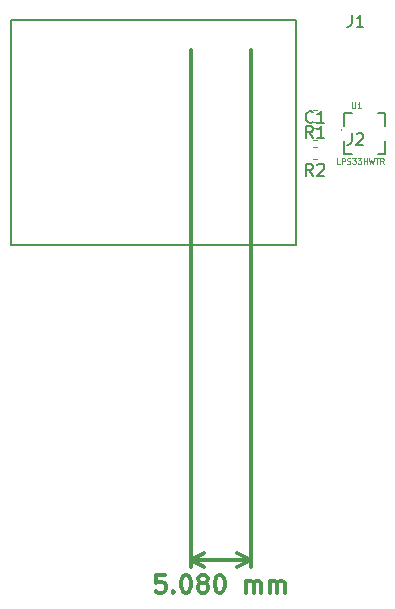
<source format=gbr>
G04 #@! TF.GenerationSoftware,KiCad,Pcbnew,(5.0.2-5-10.14)*
G04 #@! TF.CreationDate,2019-03-08T13:56:55-05:00*
G04 #@! TF.ProjectId,PresSensor,50726573-5365-46e7-936f-722e6b696361,rev?*
G04 #@! TF.SameCoordinates,Original*
G04 #@! TF.FileFunction,Legend,Top*
G04 #@! TF.FilePolarity,Positive*
%FSLAX46Y46*%
G04 Gerber Fmt 4.6, Leading zero omitted, Abs format (unit mm)*
G04 Created by KiCad (PCBNEW (5.0.2-5-10.14)) date Friday, March 08, 2019 at 01:56:55 PM*
%MOMM*%
%LPD*%
G01*
G04 APERTURE LIST*
%ADD10C,0.300000*%
%ADD11C,0.200000*%
%ADD12C,0.127000*%
%ADD13C,0.120000*%
%ADD14C,0.150000*%
%ADD15C,0.050000*%
G04 APERTURE END LIST*
D10*
X123555714Y-123198571D02*
X122841428Y-123198571D01*
X122770000Y-123912857D01*
X122841428Y-123841428D01*
X122984285Y-123770000D01*
X123341428Y-123770000D01*
X123484285Y-123841428D01*
X123555714Y-123912857D01*
X123627142Y-124055714D01*
X123627142Y-124412857D01*
X123555714Y-124555714D01*
X123484285Y-124627142D01*
X123341428Y-124698571D01*
X122984285Y-124698571D01*
X122841428Y-124627142D01*
X122770000Y-124555714D01*
X124270000Y-124555714D02*
X124341428Y-124627142D01*
X124270000Y-124698571D01*
X124198571Y-124627142D01*
X124270000Y-124555714D01*
X124270000Y-124698571D01*
X125270000Y-123198571D02*
X125412857Y-123198571D01*
X125555714Y-123270000D01*
X125627142Y-123341428D01*
X125698571Y-123484285D01*
X125770000Y-123770000D01*
X125770000Y-124127142D01*
X125698571Y-124412857D01*
X125627142Y-124555714D01*
X125555714Y-124627142D01*
X125412857Y-124698571D01*
X125270000Y-124698571D01*
X125127142Y-124627142D01*
X125055714Y-124555714D01*
X124984285Y-124412857D01*
X124912857Y-124127142D01*
X124912857Y-123770000D01*
X124984285Y-123484285D01*
X125055714Y-123341428D01*
X125127142Y-123270000D01*
X125270000Y-123198571D01*
X126627142Y-123841428D02*
X126484285Y-123770000D01*
X126412857Y-123698571D01*
X126341428Y-123555714D01*
X126341428Y-123484285D01*
X126412857Y-123341428D01*
X126484285Y-123270000D01*
X126627142Y-123198571D01*
X126912857Y-123198571D01*
X127055714Y-123270000D01*
X127127142Y-123341428D01*
X127198571Y-123484285D01*
X127198571Y-123555714D01*
X127127142Y-123698571D01*
X127055714Y-123770000D01*
X126912857Y-123841428D01*
X126627142Y-123841428D01*
X126484285Y-123912857D01*
X126412857Y-123984285D01*
X126341428Y-124127142D01*
X126341428Y-124412857D01*
X126412857Y-124555714D01*
X126484285Y-124627142D01*
X126627142Y-124698571D01*
X126912857Y-124698571D01*
X127055714Y-124627142D01*
X127127142Y-124555714D01*
X127198571Y-124412857D01*
X127198571Y-124127142D01*
X127127142Y-123984285D01*
X127055714Y-123912857D01*
X126912857Y-123841428D01*
X128127142Y-123198571D02*
X128270000Y-123198571D01*
X128412857Y-123270000D01*
X128484285Y-123341428D01*
X128555714Y-123484285D01*
X128627142Y-123770000D01*
X128627142Y-124127142D01*
X128555714Y-124412857D01*
X128484285Y-124555714D01*
X128412857Y-124627142D01*
X128270000Y-124698571D01*
X128127142Y-124698571D01*
X127984285Y-124627142D01*
X127912857Y-124555714D01*
X127841428Y-124412857D01*
X127770000Y-124127142D01*
X127770000Y-123770000D01*
X127841428Y-123484285D01*
X127912857Y-123341428D01*
X127984285Y-123270000D01*
X128127142Y-123198571D01*
X130412857Y-124698571D02*
X130412857Y-123698571D01*
X130412857Y-123841428D02*
X130484285Y-123770000D01*
X130627142Y-123698571D01*
X130841428Y-123698571D01*
X130984285Y-123770000D01*
X131055714Y-123912857D01*
X131055714Y-124698571D01*
X131055714Y-123912857D02*
X131127142Y-123770000D01*
X131270000Y-123698571D01*
X131484285Y-123698571D01*
X131627142Y-123770000D01*
X131698571Y-123912857D01*
X131698571Y-124698571D01*
X132412857Y-124698571D02*
X132412857Y-123698571D01*
X132412857Y-123841428D02*
X132484285Y-123770000D01*
X132627142Y-123698571D01*
X132841428Y-123698571D01*
X132984285Y-123770000D01*
X133055714Y-123912857D01*
X133055714Y-124698571D01*
X133055714Y-123912857D02*
X133127142Y-123770000D01*
X133270000Y-123698571D01*
X133484285Y-123698571D01*
X133627142Y-123770000D01*
X133698571Y-123912857D01*
X133698571Y-124698571D01*
X130810000Y-121920000D02*
X125730000Y-121920000D01*
X130810000Y-78740000D02*
X130810000Y-122506421D01*
X125730000Y-78740000D02*
X125730000Y-122506421D01*
X125730000Y-121920000D02*
X126856504Y-121333579D01*
X125730000Y-121920000D02*
X126856504Y-122506421D01*
X130810000Y-121920000D02*
X129683496Y-121333579D01*
X130810000Y-121920000D02*
X129683496Y-122506421D01*
D11*
X134620000Y-76200000D02*
X110490000Y-76200000D01*
X134620000Y-95250000D02*
X134620000Y-76200000D01*
X110490000Y-95250000D02*
X134620000Y-95250000D01*
X110490000Y-76200000D02*
X110490000Y-95250000D01*
D12*
G04 #@! TO.C,U1*
X138750000Y-84095000D02*
X139398750Y-84095000D01*
X138750000Y-84095000D02*
X138750000Y-85176250D01*
X141561250Y-84095000D02*
X142210000Y-84095000D01*
X142210000Y-84095000D02*
X142210000Y-85176250D01*
X142210000Y-86473750D02*
X142210000Y-87555000D01*
X142210000Y-87555000D02*
X141561250Y-87555000D01*
X138750000Y-86473750D02*
X138750000Y-87555000D01*
X138750000Y-87555000D02*
X139398750Y-87555000D01*
D11*
X138531250Y-85525000D02*
G75*
G03X138531250Y-85525000I-50000J0D01*
G01*
D13*
G04 #@! TO.C,C1*
X136078733Y-85390000D02*
X136421267Y-85390000D01*
X136078733Y-86410000D02*
X136421267Y-86410000D01*
G04 #@! TO.C,R1*
X136421267Y-84810000D02*
X136078733Y-84810000D01*
X136421267Y-83790000D02*
X136078733Y-83790000D01*
G04 #@! TO.C,R2*
X136421267Y-86990000D02*
X136078733Y-86990000D01*
X136421267Y-88010000D02*
X136078733Y-88010000D01*
G04 #@! TO.C,J1*
D14*
X139366666Y-75777380D02*
X139366666Y-76491666D01*
X139319047Y-76634523D01*
X139223809Y-76729761D01*
X139080952Y-76777380D01*
X138985714Y-76777380D01*
X140366666Y-76777380D02*
X139795238Y-76777380D01*
X140080952Y-76777380D02*
X140080952Y-75777380D01*
X139985714Y-75920238D01*
X139890476Y-76015476D01*
X139795238Y-76063095D01*
G04 #@! TO.C,J2*
X139366666Y-85777380D02*
X139366666Y-86491666D01*
X139319047Y-86634523D01*
X139223809Y-86729761D01*
X139080952Y-86777380D01*
X138985714Y-86777380D01*
X139795238Y-85872619D02*
X139842857Y-85825000D01*
X139938095Y-85777380D01*
X140176190Y-85777380D01*
X140271428Y-85825000D01*
X140319047Y-85872619D01*
X140366666Y-85967857D01*
X140366666Y-86063095D01*
X140319047Y-86205952D01*
X139747619Y-86777380D01*
X140366666Y-86777380D01*
G04 #@! TO.C,U1*
D15*
X139385593Y-83166359D02*
X139385593Y-83555512D01*
X139408485Y-83601295D01*
X139431376Y-83624186D01*
X139477159Y-83647078D01*
X139568724Y-83647078D01*
X139614507Y-83624186D01*
X139637399Y-83601295D01*
X139660290Y-83555512D01*
X139660290Y-83166359D01*
X140141009Y-83647078D02*
X139866312Y-83647078D01*
X140003661Y-83647078D02*
X140003661Y-83166359D01*
X139957878Y-83235033D01*
X139912095Y-83280816D01*
X139866312Y-83303707D01*
X138366249Y-88388125D02*
X138137296Y-88388125D01*
X138137296Y-87907323D01*
X138526516Y-88388125D02*
X138526516Y-87907323D01*
X138709679Y-87907323D01*
X138755470Y-87930219D01*
X138778365Y-87953114D01*
X138801260Y-87998905D01*
X138801260Y-88067591D01*
X138778365Y-88113381D01*
X138755470Y-88136277D01*
X138709679Y-88159172D01*
X138526516Y-88159172D01*
X138984423Y-88365230D02*
X139053109Y-88388125D01*
X139167586Y-88388125D01*
X139213376Y-88365230D01*
X139236272Y-88342335D01*
X139259167Y-88296544D01*
X139259167Y-88250753D01*
X139236272Y-88204963D01*
X139213376Y-88182067D01*
X139167586Y-88159172D01*
X139076004Y-88136277D01*
X139030214Y-88113381D01*
X139007318Y-88090486D01*
X138984423Y-88044695D01*
X138984423Y-87998905D01*
X139007318Y-87953114D01*
X139030214Y-87930219D01*
X139076004Y-87907323D01*
X139190481Y-87907323D01*
X139259167Y-87930219D01*
X139419434Y-87907323D02*
X139717074Y-87907323D01*
X139556806Y-88090486D01*
X139625492Y-88090486D01*
X139671283Y-88113381D01*
X139694178Y-88136277D01*
X139717074Y-88182067D01*
X139717074Y-88296544D01*
X139694178Y-88342335D01*
X139671283Y-88365230D01*
X139625492Y-88388125D01*
X139488120Y-88388125D01*
X139442330Y-88365230D01*
X139419434Y-88342335D01*
X139877341Y-87907323D02*
X140174980Y-87907323D01*
X140014713Y-88090486D01*
X140083399Y-88090486D01*
X140129190Y-88113381D01*
X140152085Y-88136277D01*
X140174980Y-88182067D01*
X140174980Y-88296544D01*
X140152085Y-88342335D01*
X140129190Y-88365230D01*
X140083399Y-88388125D01*
X139946027Y-88388125D01*
X139900236Y-88365230D01*
X139877341Y-88342335D01*
X140381038Y-88388125D02*
X140381038Y-87907323D01*
X140381038Y-88136277D02*
X140655782Y-88136277D01*
X140655782Y-88388125D02*
X140655782Y-87907323D01*
X140838945Y-87907323D02*
X140953422Y-88388125D01*
X141045003Y-88044695D01*
X141136584Y-88388125D01*
X141251061Y-87907323D01*
X141365538Y-87907323D02*
X141640282Y-87907323D01*
X141502910Y-88388125D02*
X141502910Y-87907323D01*
X142075293Y-88388125D02*
X141915026Y-88159172D01*
X141800549Y-88388125D02*
X141800549Y-87907323D01*
X141983712Y-87907323D01*
X142029502Y-87930219D01*
X142052398Y-87953114D01*
X142075293Y-87998905D01*
X142075293Y-88067591D01*
X142052398Y-88113381D01*
X142029502Y-88136277D01*
X141983712Y-88159172D01*
X141800549Y-88159172D01*
G04 #@! TO.C,C1*
D14*
X136083333Y-84827142D02*
X136035714Y-84874761D01*
X135892857Y-84922380D01*
X135797619Y-84922380D01*
X135654761Y-84874761D01*
X135559523Y-84779523D01*
X135511904Y-84684285D01*
X135464285Y-84493809D01*
X135464285Y-84350952D01*
X135511904Y-84160476D01*
X135559523Y-84065238D01*
X135654761Y-83970000D01*
X135797619Y-83922380D01*
X135892857Y-83922380D01*
X136035714Y-83970000D01*
X136083333Y-84017619D01*
X137035714Y-84922380D02*
X136464285Y-84922380D01*
X136750000Y-84922380D02*
X136750000Y-83922380D01*
X136654761Y-84065238D01*
X136559523Y-84160476D01*
X136464285Y-84208095D01*
G04 #@! TO.C,R1*
X136083333Y-86182380D02*
X135750000Y-85706190D01*
X135511904Y-86182380D02*
X135511904Y-85182380D01*
X135892857Y-85182380D01*
X135988095Y-85230000D01*
X136035714Y-85277619D01*
X136083333Y-85372857D01*
X136083333Y-85515714D01*
X136035714Y-85610952D01*
X135988095Y-85658571D01*
X135892857Y-85706190D01*
X135511904Y-85706190D01*
X137035714Y-86182380D02*
X136464285Y-86182380D01*
X136750000Y-86182380D02*
X136750000Y-85182380D01*
X136654761Y-85325238D01*
X136559523Y-85420476D01*
X136464285Y-85468095D01*
G04 #@! TO.C,R2*
X136083333Y-89382380D02*
X135750000Y-88906190D01*
X135511904Y-89382380D02*
X135511904Y-88382380D01*
X135892857Y-88382380D01*
X135988095Y-88430000D01*
X136035714Y-88477619D01*
X136083333Y-88572857D01*
X136083333Y-88715714D01*
X136035714Y-88810952D01*
X135988095Y-88858571D01*
X135892857Y-88906190D01*
X135511904Y-88906190D01*
X136464285Y-88477619D02*
X136511904Y-88430000D01*
X136607142Y-88382380D01*
X136845238Y-88382380D01*
X136940476Y-88430000D01*
X136988095Y-88477619D01*
X137035714Y-88572857D01*
X137035714Y-88668095D01*
X136988095Y-88810952D01*
X136416666Y-89382380D01*
X137035714Y-89382380D01*
G04 #@! TD*
M02*

</source>
